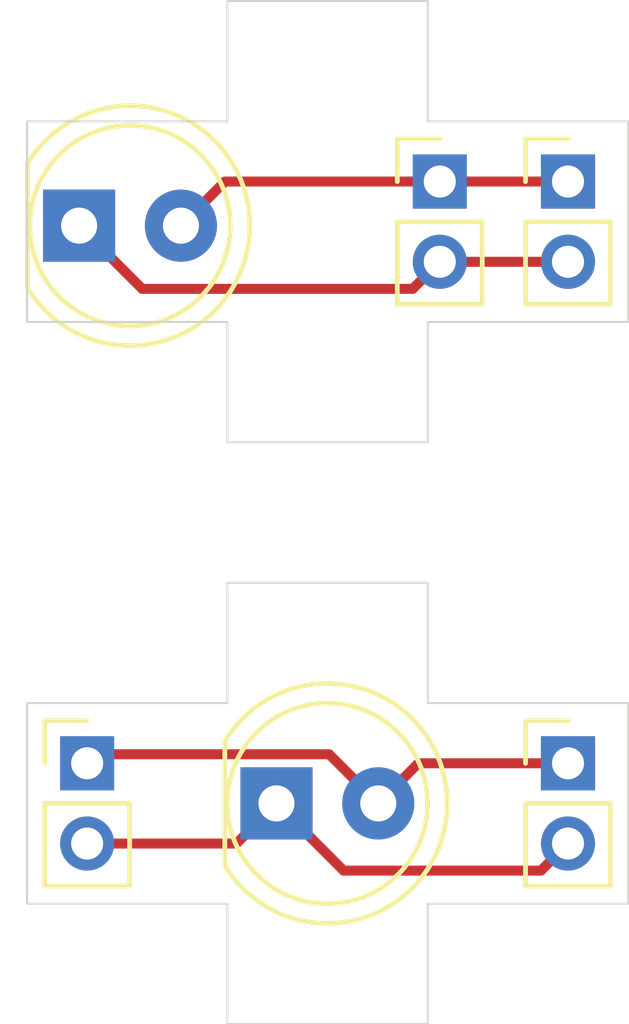
<source format=kicad_pcb>
(kicad_pcb (version 20171130) (host pcbnew "(5.1.10)-1")

  (general
    (thickness 1.6)
    (drawings 24)
    (tracks 17)
    (zones 0)
    (modules 6)
    (nets 5)
  )

  (page A4)
  (layers
    (0 F.Cu signal)
    (31 B.Cu signal)
    (32 B.Adhes user)
    (33 F.Adhes user)
    (34 B.Paste user)
    (35 F.Paste user)
    (36 B.SilkS user)
    (37 F.SilkS user)
    (38 B.Mask user)
    (39 F.Mask user)
    (40 Dwgs.User user)
    (41 Cmts.User user)
    (42 Eco1.User user)
    (43 Eco2.User user)
    (44 Edge.Cuts user)
    (45 Margin user hide)
    (46 B.CrtYd user)
    (47 F.CrtYd user)
    (48 B.Fab user hide)
    (49 F.Fab user hide)
  )

  (setup
    (last_trace_width 0.25)
    (trace_clearance 0.2)
    (zone_clearance 0.508)
    (zone_45_only no)
    (trace_min 0.2)
    (via_size 0.8)
    (via_drill 0.4)
    (via_min_size 0.4)
    (via_min_drill 0.3)
    (uvia_size 0.3)
    (uvia_drill 0.1)
    (uvias_allowed no)
    (uvia_min_size 0.2)
    (uvia_min_drill 0.1)
    (edge_width 0.05)
    (segment_width 0.2)
    (pcb_text_width 0.3)
    (pcb_text_size 1.5 1.5)
    (mod_edge_width 0.12)
    (mod_text_size 1 1)
    (mod_text_width 0.15)
    (pad_size 1.524 1.524)
    (pad_drill 0.762)
    (pad_to_mask_clearance 0)
    (aux_axis_origin 0 0)
    (visible_elements 7FFFFF7F)
    (pcbplotparams
      (layerselection 0x010fc_ffffffff)
      (usegerberextensions false)
      (usegerberattributes true)
      (usegerberadvancedattributes true)
      (creategerberjobfile true)
      (excludeedgelayer true)
      (linewidth 0.076200)
      (plotframeref false)
      (viasonmask false)
      (mode 1)
      (useauxorigin false)
      (hpglpennumber 1)
      (hpglpenspeed 20)
      (hpglpendiameter 15.000000)
      (psnegative false)
      (psa4output false)
      (plotreference true)
      (plotvalue true)
      (plotinvisibletext false)
      (padsonsilk false)
      (subtractmaskfromsilk false)
      (outputformat 1)
      (mirror false)
      (drillshape 1)
      (scaleselection 1)
      (outputdirectory ""))
  )

  (net 0 "")
  (net 1 "Net-(D1-Pad1)")
  (net 2 "Net-(D1-Pad2)")
  (net 3 "Net-(D2-Pad1)")
  (net 4 "Net-(D2-Pad2)")

  (net_class Default "This is the default net class."
    (clearance 0.2)
    (trace_width 0.25)
    (via_dia 0.8)
    (via_drill 0.4)
    (uvia_dia 0.3)
    (uvia_drill 0.1)
    (add_net "Net-(D1-Pad1)")
    (add_net "Net-(D1-Pad2)")
    (add_net "Net-(D2-Pad1)")
    (add_net "Net-(D2-Pad2)")
  )

  (module Pin_Headers:Pin_Header_Straight_1x02_Pitch2.00mm (layer F.Cu) (tedit 59650533) (tstamp 61AA5C57)
    (at 123.5 56)
    (descr "Through hole straight pin header, 1x02, 2.00mm pitch, single row")
    (tags "Through hole pin header THT 1x02 2.00mm single row")
    (path /61AABC64)
    (fp_text reference J4 (at 0 -2.06) (layer F.SilkS) hide
      (effects (font (size 1 1) (thickness 0.15)))
    )
    (fp_text value Conn_01x02_Male (at 0 4.06) (layer F.Fab) hide
      (effects (font (size 1 1) (thickness 0.15)))
    )
    (fp_line (start -0.5 -1) (end 1 -1) (layer F.Fab) (width 0.1))
    (fp_line (start 1 -1) (end 1 3) (layer F.Fab) (width 0.1))
    (fp_line (start 1 3) (end -1 3) (layer F.Fab) (width 0.1))
    (fp_line (start -1 3) (end -1 -0.5) (layer F.Fab) (width 0.1))
    (fp_line (start -1 -0.5) (end -0.5 -1) (layer F.Fab) (width 0.1))
    (fp_line (start -1.06 3.06) (end 1.06 3.06) (layer F.SilkS) (width 0.12))
    (fp_line (start -1.06 1) (end -1.06 3.06) (layer F.SilkS) (width 0.12))
    (fp_line (start 1.06 1) (end 1.06 3.06) (layer F.SilkS) (width 0.12))
    (fp_line (start -1.06 1) (end 1.06 1) (layer F.SilkS) (width 0.12))
    (fp_line (start -1.06 0) (end -1.06 -1.06) (layer F.SilkS) (width 0.12))
    (fp_line (start -1.06 -1.06) (end 0 -1.06) (layer F.SilkS) (width 0.12))
    (fp_line (start -1.5 -1.5) (end -1.5 3.5) (layer F.CrtYd) (width 0.05))
    (fp_line (start -1.5 3.5) (end 1.5 3.5) (layer F.CrtYd) (width 0.05))
    (fp_line (start 1.5 3.5) (end 1.5 -1.5) (layer F.CrtYd) (width 0.05))
    (fp_line (start 1.5 -1.5) (end -1.5 -1.5) (layer F.CrtYd) (width 0.05))
    (fp_text user %R (at 0 1 90) (layer F.Fab)
      (effects (font (size 1 1) (thickness 0.15)))
    )
    (pad 1 thru_hole rect (at 0 0) (size 1.35 1.35) (drill 0.8) (layers *.Cu *.Mask)
      (net 4 "Net-(D2-Pad2)"))
    (pad 2 thru_hole oval (at 0 2) (size 1.35 1.35) (drill 0.8) (layers *.Cu *.Mask)
      (net 3 "Net-(D2-Pad1)"))
  )

  (module Pin_Headers:Pin_Header_Straight_1x02_Pitch2.00mm (layer F.Cu) (tedit 59650533) (tstamp 61AA5C54)
    (at 111.5 56)
    (descr "Through hole straight pin header, 1x02, 2.00mm pitch, single row")
    (tags "Through hole pin header THT 1x02 2.00mm single row")
    (path /61AABC6E)
    (fp_text reference J3 (at 0 -2.06) (layer F.SilkS) hide
      (effects (font (size 1 1) (thickness 0.15)))
    )
    (fp_text value Conn_01x02_Male (at 0 4.06) (layer F.Fab) hide
      (effects (font (size 1 1) (thickness 0.15)))
    )
    (fp_line (start -0.5 -1) (end 1 -1) (layer F.Fab) (width 0.1))
    (fp_line (start 1 -1) (end 1 3) (layer F.Fab) (width 0.1))
    (fp_line (start 1 3) (end -1 3) (layer F.Fab) (width 0.1))
    (fp_line (start -1 3) (end -1 -0.5) (layer F.Fab) (width 0.1))
    (fp_line (start -1 -0.5) (end -0.5 -1) (layer F.Fab) (width 0.1))
    (fp_line (start -1.06 3.06) (end 1.06 3.06) (layer F.SilkS) (width 0.12))
    (fp_line (start -1.06 1) (end -1.06 3.06) (layer F.SilkS) (width 0.12))
    (fp_line (start 1.06 1) (end 1.06 3.06) (layer F.SilkS) (width 0.12))
    (fp_line (start -1.06 1) (end 1.06 1) (layer F.SilkS) (width 0.12))
    (fp_line (start -1.06 0) (end -1.06 -1.06) (layer F.SilkS) (width 0.12))
    (fp_line (start -1.06 -1.06) (end 0 -1.06) (layer F.SilkS) (width 0.12))
    (fp_line (start -1.5 -1.5) (end -1.5 3.5) (layer F.CrtYd) (width 0.05))
    (fp_line (start -1.5 3.5) (end 1.5 3.5) (layer F.CrtYd) (width 0.05))
    (fp_line (start 1.5 3.5) (end 1.5 -1.5) (layer F.CrtYd) (width 0.05))
    (fp_line (start 1.5 -1.5) (end -1.5 -1.5) (layer F.CrtYd) (width 0.05))
    (fp_text user %R (at 0 1 90) (layer F.Fab)
      (effects (font (size 1 1) (thickness 0.15)))
    )
    (pad 1 thru_hole rect (at 0 0) (size 1.35 1.35) (drill 0.8) (layers *.Cu *.Mask)
      (net 4 "Net-(D2-Pad2)"))
    (pad 2 thru_hole oval (at 0 2) (size 1.35 1.35) (drill 0.8) (layers *.Cu *.Mask)
      (net 3 "Net-(D2-Pad1)"))
  )

  (module Pin_Headers:Pin_Header_Straight_1x02_Pitch2.00mm (layer F.Cu) (tedit 59650533) (tstamp 61AA5C51)
    (at 120.3 41.5)
    (descr "Through hole straight pin header, 1x02, 2.00mm pitch, single row")
    (tags "Through hole pin header THT 1x02 2.00mm single row")
    (path /61AA6701)
    (fp_text reference J2 (at -2.4 0.7) (layer F.SilkS) hide
      (effects (font (size 1 1) (thickness 0.15)))
    )
    (fp_text value Conn_01x02_Male (at 0 4.06) (layer F.Fab) hide
      (effects (font (size 1 1) (thickness 0.15)))
    )
    (fp_line (start -0.5 -1) (end 1 -1) (layer F.Fab) (width 0.1))
    (fp_line (start 1 -1) (end 1 3) (layer F.Fab) (width 0.1))
    (fp_line (start 1 3) (end -1 3) (layer F.Fab) (width 0.1))
    (fp_line (start -1 3) (end -1 -0.5) (layer F.Fab) (width 0.1))
    (fp_line (start -1 -0.5) (end -0.5 -1) (layer F.Fab) (width 0.1))
    (fp_line (start -1.06 3.06) (end 1.06 3.06) (layer F.SilkS) (width 0.12))
    (fp_line (start -1.06 1) (end -1.06 3.06) (layer F.SilkS) (width 0.12))
    (fp_line (start 1.06 1) (end 1.06 3.06) (layer F.SilkS) (width 0.12))
    (fp_line (start -1.06 1) (end 1.06 1) (layer F.SilkS) (width 0.12))
    (fp_line (start -1.06 0) (end -1.06 -1.06) (layer F.SilkS) (width 0.12))
    (fp_line (start -1.06 -1.06) (end 0 -1.06) (layer F.SilkS) (width 0.12))
    (fp_line (start -1.5 -1.5) (end -1.5 3.5) (layer F.CrtYd) (width 0.05))
    (fp_line (start -1.5 3.5) (end 1.5 3.5) (layer F.CrtYd) (width 0.05))
    (fp_line (start 1.5 3.5) (end 1.5 -1.5) (layer F.CrtYd) (width 0.05))
    (fp_line (start 1.5 -1.5) (end -1.5 -1.5) (layer F.CrtYd) (width 0.05))
    (fp_text user %R (at 0 1 90) (layer F.Fab)
      (effects (font (size 1 1) (thickness 0.15)))
    )
    (pad 1 thru_hole rect (at 0 0) (size 1.35 1.35) (drill 0.8) (layers *.Cu *.Mask)
      (net 2 "Net-(D1-Pad2)"))
    (pad 2 thru_hole oval (at 0 2) (size 1.35 1.35) (drill 0.8) (layers *.Cu *.Mask)
      (net 1 "Net-(D1-Pad1)"))
  )

  (module Pin_Headers:Pin_Header_Straight_1x02_Pitch2.00mm (layer F.Cu) (tedit 59650533) (tstamp 61AA5C4E)
    (at 123.5 41.5)
    (descr "Through hole straight pin header, 1x02, 2.00mm pitch, single row")
    (tags "Through hole pin header THT 1x02 2.00mm single row")
    (path /61AA63B4)
    (fp_text reference J1 (at -5.5 -0.8) (layer F.SilkS) hide
      (effects (font (size 1 1) (thickness 0.15)))
    )
    (fp_text value Conn_01x02_Male (at 0 4.06) (layer F.Fab) hide
      (effects (font (size 1 1) (thickness 0.15)))
    )
    (fp_line (start -0.5 -1) (end 1 -1) (layer F.Fab) (width 0.1))
    (fp_line (start 1 -1) (end 1 3) (layer F.Fab) (width 0.1))
    (fp_line (start 1 3) (end -1 3) (layer F.Fab) (width 0.1))
    (fp_line (start -1 3) (end -1 -0.5) (layer F.Fab) (width 0.1))
    (fp_line (start -1 -0.5) (end -0.5 -1) (layer F.Fab) (width 0.1))
    (fp_line (start -1.06 3.06) (end 1.06 3.06) (layer F.SilkS) (width 0.12))
    (fp_line (start -1.06 1) (end -1.06 3.06) (layer F.SilkS) (width 0.12))
    (fp_line (start 1.06 1) (end 1.06 3.06) (layer F.SilkS) (width 0.12))
    (fp_line (start -1.06 1) (end 1.06 1) (layer F.SilkS) (width 0.12))
    (fp_line (start -1.06 0) (end -1.06 -1.06) (layer F.SilkS) (width 0.12))
    (fp_line (start -1.06 -1.06) (end 0 -1.06) (layer F.SilkS) (width 0.12))
    (fp_line (start -1.5 -1.5) (end -1.5 3.5) (layer F.CrtYd) (width 0.05))
    (fp_line (start -1.5 3.5) (end 1.5 3.5) (layer F.CrtYd) (width 0.05))
    (fp_line (start 1.5 3.5) (end 1.5 -1.5) (layer F.CrtYd) (width 0.05))
    (fp_line (start 1.5 -1.5) (end -1.5 -1.5) (layer F.CrtYd) (width 0.05))
    (fp_text user %R (at 0 1 90) (layer F.Fab)
      (effects (font (size 1 1) (thickness 0.15)))
    )
    (pad 1 thru_hole rect (at 0 0) (size 1.35 1.35) (drill 0.8) (layers *.Cu *.Mask)
      (net 2 "Net-(D1-Pad2)"))
    (pad 2 thru_hole oval (at 0 2) (size 1.35 1.35) (drill 0.8) (layers *.Cu *.Mask)
      (net 1 "Net-(D1-Pad1)"))
  )

  (module LEDs:LED_D5.0mm (layer F.Cu) (tedit 5995936A) (tstamp 61AA5C4B)
    (at 116.225 57)
    (descr "LED, diameter 5.0mm, 2 pins, http://cdn-reichelt.de/documents/datenblatt/A500/LL-504BC2E-009.pdf")
    (tags "LED diameter 5.0mm 2 pins")
    (path /61AABC5E)
    (fp_text reference D2 (at 1.27 -3.96) (layer F.SilkS) hide
      (effects (font (size 1 1) (thickness 0.15)))
    )
    (fp_text value LED (at 1.27 3.96) (layer F.Fab) hide
      (effects (font (size 1 1) (thickness 0.15)))
    )
    (fp_circle (center 1.27 0) (end 3.77 0) (layer F.Fab) (width 0.1))
    (fp_circle (center 1.27 0) (end 3.77 0) (layer F.SilkS) (width 0.12))
    (fp_line (start -1.23 -1.469694) (end -1.23 1.469694) (layer F.Fab) (width 0.1))
    (fp_line (start -1.29 -1.545) (end -1.29 1.545) (layer F.SilkS) (width 0.12))
    (fp_line (start -1.95 -3.25) (end -1.95 3.25) (layer F.CrtYd) (width 0.05))
    (fp_line (start -1.95 3.25) (end 4.5 3.25) (layer F.CrtYd) (width 0.05))
    (fp_line (start 4.5 3.25) (end 4.5 -3.25) (layer F.CrtYd) (width 0.05))
    (fp_line (start 4.5 -3.25) (end -1.95 -3.25) (layer F.CrtYd) (width 0.05))
    (fp_arc (start 1.27 0) (end -1.23 -1.469694) (angle 299.1) (layer F.Fab) (width 0.1))
    (fp_arc (start 1.27 0) (end -1.29 -1.54483) (angle 148.9) (layer F.SilkS) (width 0.12))
    (fp_arc (start 1.27 0) (end -1.29 1.54483) (angle -148.9) (layer F.SilkS) (width 0.12))
    (fp_text user %R (at 1.25 0) (layer F.Fab)
      (effects (font (size 0.8 0.8) (thickness 0.2)))
    )
    (pad 1 thru_hole rect (at 0 0) (size 1.8 1.8) (drill 0.9) (layers *.Cu *.Mask)
      (net 3 "Net-(D2-Pad1)"))
    (pad 2 thru_hole circle (at 2.54 0) (size 1.8 1.8) (drill 0.9) (layers *.Cu *.Mask)
      (net 4 "Net-(D2-Pad2)"))
    (model ${KISYS3DMOD}/LEDs.3dshapes/LED_D5.0mm.wrl
      (at (xyz 0 0 0))
      (scale (xyz 0.393701 0.393701 0.393701))
      (rotate (xyz 0 0 0))
    )
  )

  (module LEDs:LED_D5.0mm (layer F.Cu) (tedit 5995936A) (tstamp 61AA5C48)
    (at 111.3 42.6)
    (descr "LED, diameter 5.0mm, 2 pins, http://cdn-reichelt.de/documents/datenblatt/A500/LL-504BC2E-009.pdf")
    (tags "LED diameter 5.0mm 2 pins")
    (path /61AA5B68)
    (fp_text reference D1 (at 1.27 -3.96) (layer F.SilkS) hide
      (effects (font (size 1 1) (thickness 0.15)))
    )
    (fp_text value LED (at 1.27 3.96) (layer F.Fab) hide
      (effects (font (size 1 1) (thickness 0.15)))
    )
    (fp_circle (center 1.27 0) (end 3.77 0) (layer F.Fab) (width 0.1))
    (fp_circle (center 1.27 0) (end 3.77 0) (layer F.SilkS) (width 0.12))
    (fp_line (start -1.23 -1.469694) (end -1.23 1.469694) (layer F.Fab) (width 0.1))
    (fp_line (start -1.29 -1.545) (end -1.29 1.545) (layer F.SilkS) (width 0.12))
    (fp_line (start -1.95 -3.25) (end -1.95 3.25) (layer F.CrtYd) (width 0.05))
    (fp_line (start -1.95 3.25) (end 4.5 3.25) (layer F.CrtYd) (width 0.05))
    (fp_line (start 4.5 3.25) (end 4.5 -3.25) (layer F.CrtYd) (width 0.05))
    (fp_line (start 4.5 -3.25) (end -1.95 -3.25) (layer F.CrtYd) (width 0.05))
    (fp_arc (start 1.27 0) (end -1.23 -1.469694) (angle 299.1) (layer F.Fab) (width 0.1))
    (fp_arc (start 1.27 0) (end -1.29 -1.54483) (angle 148.9) (layer F.SilkS) (width 0.12))
    (fp_arc (start 1.27 0) (end -1.29 1.54483) (angle -148.9) (layer F.SilkS) (width 0.12))
    (fp_text user %R (at 1.25 0) (layer F.Fab)
      (effects (font (size 0.8 0.8) (thickness 0.2)))
    )
    (pad 1 thru_hole rect (at 0 0) (size 1.8 1.8) (drill 0.9) (layers *.Cu *.Mask)
      (net 1 "Net-(D1-Pad1)"))
    (pad 2 thru_hole circle (at 2.54 0) (size 1.8 1.8) (drill 0.9) (layers *.Cu *.Mask)
      (net 2 "Net-(D1-Pad2)"))
    (model ${KISYS3DMOD}/LEDs.3dshapes/LED_D5.0mm.wrl
      (at (xyz 0 0 0))
      (scale (xyz 0.393701 0.393701 0.393701))
      (rotate (xyz 0 0 0))
    )
  )

  (gr_line (start 110 54.5) (end 115 54.5) (layer Edge.Cuts) (width 0.05) (tstamp 61AA6472))
  (gr_line (start 115 62.5) (end 115 59.5) (layer Edge.Cuts) (width 0.05) (tstamp 61AA6471))
  (gr_line (start 115 59.5) (end 110 59.5) (layer Edge.Cuts) (width 0.05) (tstamp 61AA6470))
  (gr_line (start 115 51.5) (end 120 51.5) (layer Edge.Cuts) (width 0.05) (tstamp 61AA646F))
  (gr_line (start 115 54.5) (end 115 51.5) (layer Edge.Cuts) (width 0.05) (tstamp 61AA646E))
  (gr_line (start 120 54.5) (end 125 54.5) (layer Edge.Cuts) (width 0.05) (tstamp 61AA646D))
  (gr_line (start 120 59.5) (end 120 62.5) (layer Edge.Cuts) (width 0.05) (tstamp 61AA646C))
  (gr_line (start 125 54.5) (end 125 59.5) (layer Edge.Cuts) (width 0.05) (tstamp 61AA646B))
  (gr_line (start 120 51.5) (end 120 54.5) (layer Edge.Cuts) (width 0.05) (tstamp 61AA646A))
  (gr_line (start 120 62.5) (end 115 62.5) (layer Edge.Cuts) (width 0.05) (tstamp 61AA6469))
  (gr_line (start 125 59.5) (end 120 59.5) (layer Edge.Cuts) (width 0.05) (tstamp 61AA6468))
  (gr_line (start 110 59.5) (end 110 54.5) (layer Edge.Cuts) (width 0.05) (tstamp 61AA6467))
  (gr_line (start 110 45) (end 110 40) (layer Edge.Cuts) (width 0.05) (tstamp 61AA5D48))
  (gr_line (start 115 45) (end 110 45) (layer Edge.Cuts) (width 0.05))
  (gr_line (start 115 48) (end 115 45) (layer Edge.Cuts) (width 0.05))
  (gr_line (start 120 48) (end 115 48) (layer Edge.Cuts) (width 0.05))
  (gr_line (start 120 45) (end 120 48) (layer Edge.Cuts) (width 0.05))
  (gr_line (start 125 45) (end 120 45) (layer Edge.Cuts) (width 0.05))
  (gr_line (start 125 40) (end 125 45) (layer Edge.Cuts) (width 0.05))
  (gr_line (start 120 40) (end 125 40) (layer Edge.Cuts) (width 0.05))
  (gr_line (start 120 37) (end 120 40) (layer Edge.Cuts) (width 0.05))
  (gr_line (start 115 37) (end 120 37) (layer Edge.Cuts) (width 0.05))
  (gr_line (start 115 40) (end 115 37) (layer Edge.Cuts) (width 0.05))
  (gr_line (start 110 40) (end 115 40) (layer Edge.Cuts) (width 0.05))

  (segment (start 123.5 43.5) (end 120.3 43.5) (width 0.25) (layer F.Cu) (net 1))
  (segment (start 112.874999 44.174999) (end 111.3 42.6) (width 0.25) (layer F.Cu) (net 1))
  (segment (start 119.625001 44.174999) (end 112.874999 44.174999) (width 0.25) (layer F.Cu) (net 1))
  (segment (start 120.3 43.5) (end 119.625001 44.174999) (width 0.25) (layer F.Cu) (net 1))
  (segment (start 123.5 41.5) (end 120.3 41.5) (width 0.25) (layer F.Cu) (net 2))
  (segment (start 114.94 41.5) (end 113.84 42.6) (width 0.25) (layer F.Cu) (net 2))
  (segment (start 120.3 41.5) (end 114.94 41.5) (width 0.25) (layer F.Cu) (net 2))
  (segment (start 117.899999 58.674999) (end 116.225 57) (width 0.25) (layer F.Cu) (net 3))
  (segment (start 122.825001 58.674999) (end 117.899999 58.674999) (width 0.25) (layer F.Cu) (net 3))
  (segment (start 123.5 58) (end 122.825001 58.674999) (width 0.25) (layer F.Cu) (net 3))
  (segment (start 115.225 58) (end 116.225 57) (width 0.25) (layer F.Cu) (net 3))
  (segment (start 111.5 58) (end 115.225 58) (width 0.25) (layer F.Cu) (net 3))
  (segment (start 117.539999 55.774999) (end 118.765 57) (width 0.25) (layer F.Cu) (net 4))
  (segment (start 111.725001 55.774999) (end 117.539999 55.774999) (width 0.25) (layer F.Cu) (net 4))
  (segment (start 111.5 56) (end 111.725001 55.774999) (width 0.25) (layer F.Cu) (net 4))
  (segment (start 118.765 57) (end 119.765 56) (width 0.25) (layer F.Cu) (net 4))
  (segment (start 119.765 56) (end 123.5 56) (width 0.25) (layer F.Cu) (net 4))

)

</source>
